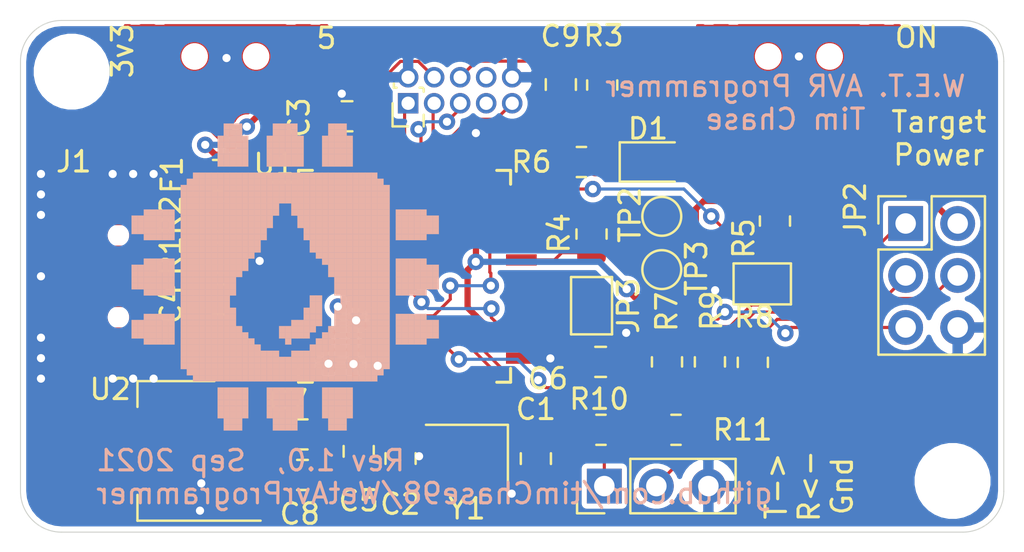
<source format=kicad_pcb>
(kicad_pcb (version 20171130) (host pcbnew "(5.1.10-1-10_14)")
  (layers (0 F.Cu signal) (31 B.Cu signal) (34 B.Paste user) (35 F.Paste user) (36 B.SilkS user) (37 F.SilkS user) (38 B.Mask user) (39 F.Mask user) (44 Edge.Cuts user))
  (net 0 "")
  (net 1 GND)
  (net 2 "Net-(C4-Pad1)")
  (net 3 VCC)
  (net 4 VBUS)
  (net 5 +3V3)
  (net 6 "Net-(D1-Pad1)")
  (net 7 "Net-(F1-Pad2)")
  (net 8 /DutRst)
  (net 9 "Net-(J2-Pad4)")
  (net 10 "Net-(J2-Pad3)")
  (net 11 /VProg)
  (net 12 "Net-(J2-Pad1)")
  (net 13 "Net-(JP2-Pad1)")
  (net 14 "Net-(JP3-Pad1)")
  (net 15 /MISO)
  (net 16 /SCK)
  (net 17 /RstP)
  (net 18 /MOSI)
  (net 19 "Net-(R4-Pad2)")
  (net 20 /DutClk)
  (net 21 "Net-(R6-Pad2)")
  (net 22 "Net-(TP2-Pad1)")
  (net 23 "Net-(J1-Pad4)")
  (net 24 "Net-(U1-Pad41)")
  (net 25 "Net-(U1-Pad40)")
  (net 26 "Net-(U1-Pad27)")
  (net 27 "Net-(U1-Pad26)")
  (net 28 "Net-(U1-Pad22)")
  (net 29 "Net-(U1-Pad19)")
  (net 30 "Net-(U1-Pad18)")
  (net 31 "Net-(U1-Pad12)")
  (net 32 "Net-(U1-Pad8)")
  (net 33 "Net-(R10-Pad2)")
  (net 34 /TXO)
  (net 35 "Net-(R11-Pad2)")
  (net 36 /RXI)
  (net 37 /Xtal1)
  (net 38 /Xtal2)
  (net 39 /TDI)
  (net 40 "Net-(JPROG1-Pad8)")
  (net 41 "Net-(JPROG1-Pad7)")
  (net 42 /TMS)
  (net 43 /TDO)
  (net 44 /TCK)
  (net 45 "Net-(SW2-Pad1)")
  (net 46 /D+)
  (net 47 /D-)
  (net 48 /UD+)
  (net 49 /UD-)
  (module Connector_PinHeader_2.54mm:PinHeader_2x03_P2.54mm_Vertical (layer F.Cu) (at 43.21 -15.08)
    (fp_text reference J2 hide)
    (fp_text value AVR-ISP-6)
    (pad 6 thru_hole oval (at 2.54 5.08) (size 1.7 1.7) (drill 1) (layers *.Cu *.Mask) (net 1 GND))
    (pad 5 thru_hole oval (at 0 5.08) (size 1.7 1.7) (drill 1) (layers *.Cu *.Mask) (net 8 /DutRst))
    (pad 4 thru_hole oval (at 2.54 2.54) (size 1.7 1.7) (drill 1) (layers *.Cu *.Mask) (net 9 "Net-(J2-Pad4)"))
    (pad 3 thru_hole oval (at 0 2.54) (size 1.7 1.7) (drill 1) (layers *.Cu *.Mask) (net 10 "Net-(J2-Pad3)"))
    (pad 2 thru_hole oval (at 2.54 0) (size 1.7 1.7) (drill 1) (layers *.Cu *.Mask) (net 11 /VProg))
    (pad 1 thru_hole rect (at 0 0) (size 1.7 1.7) (drill 1) (layers *.Cu *.Mask) (net 12 "Net-(J2-Pad1)"))
  )
  (module Connector_PinHeader_1.27mm:PinHeader_2x05_P1.27mm_Vertical (layer F.Cu) (at 18.923 -20.955 90)
    (fp_text reference JPROG1 hide)
    (fp_text value AVR-ISP-10)
    (pad 1 thru_hole rect (at 0 0 90) (size 1 1) (drill 0.65) (layers *.Cu *.Mask) (net 44 /TCK))
    (pad 2 thru_hole oval (at 1.27 0 90) (size 1 1) (drill 0.65) (layers *.Cu *.Mask) (net 1 GND))
    (pad 3 thru_hole oval (at 0 1.27 90) (size 1 1) (drill 0.65) (layers *.Cu *.Mask) (net 43 /TDO))
    (pad 4 thru_hole oval (at 1.27 1.27 90) (size 1 1) (drill 0.65) (layers *.Cu *.Mask) (net 3 VCC))
    (pad 5 thru_hole oval (at 0 2.54 90) (size 1 1) (drill 0.65) (layers *.Cu *.Mask) (net 42 /TMS))
    (pad 6 thru_hole oval (at 1.27 2.54 90) (size 1 1) (drill 0.65) (layers *.Cu *.Mask) (net 17 /RstP))
    (pad 7 thru_hole oval (at 0 3.81 90) (size 1 1) (drill 0.65) (layers *.Cu *.Mask) (net 41 "Net-(JPROG1-Pad7)"))
    (pad 8 thru_hole oval (at 1.27 3.81 90) (size 1 1) (drill 0.65) (layers *.Cu *.Mask) (net 40 "Net-(JPROG1-Pad8)"))
    (pad 9 thru_hole oval (at 0 5.08 90) (size 1 1) (drill 0.65) (layers *.Cu *.Mask) (net 39 /TDI))
    (pad 10 thru_hole oval (at 1.27 5.08 90) (size 1 1) (drill 0.65) (layers *.Cu *.Mask) (net 1 GND))
  )
  (module Resistor_SMD:R_0805_2012Metric (layer F.Cu) (at 9.625 -17.45 180)
    (fp_text reference F1 (at 2.225 0 90) (layer F.SilkS))
    (fp_text value 500mA)
    (pad 2 smd roundrect (at 0.9125 0 180) (size 1.025 1.4) (layers F.Cu F.Paste F.Mask) (roundrect_rratio 0.243902) (net 7 "Net-(F1-Pad2)"))
    (pad 1 smd roundrect (at -0.9125 0 180) (size 1.025 1.4) (layers F.Cu F.Paste F.Mask) (roundrect_rratio 0.243902) (net 4 VBUS))
  )
  (module Capacitor_SMD:C_0805_2012Metric (layer F.Cu) (at 26.3779 -21.8694 90)
    (fp_text reference C9 (at 2.3622 -0.0127 180) (layer F.SilkS))
    (fp_text value 100nF)
    (pad 1 smd roundrect (at -0.95 0 90) (size 1 1.45) (layers F.Cu F.Paste F.Mask) (net 1 GND))
    (pad 2 smd roundrect (at 0.95 0 90) (size 1 1.45) (layers F.Cu F.Paste F.Mask) (net 17 /RstP))
  )
  (module Capacitor_SMD:C_0805_2012Metric (layer F.Cu) (at 18.5547 -3.5966 270)
    (fp_text reference C2 (at 2.225 0.0127) (layer F.SilkS))
    (fp_text value 18pF)
    (pad 1 smd roundrect (at -0.95 0 270) (size 1 1.45) (layers F.Cu F.Paste F.Mask) (net 1 GND))
    (pad 2 smd roundrect (at 0.95 0 270) (size 1 1.45) (layers F.Cu F.Paste F.Mask) (net 38 /Xtal2))
  )
  (module Crystal:Crystal_SMD_3225-4Pin_3.2x2.5mm (layer F.Cu) (at 21.7932 -3.5941 180)
    (fp_text reference Y1 (at 0 -2.45) (layer F.SilkS))
    (fp_text value 16MHz)
    (pad 1 smd rect (at -1.1 0.85 180) (size 1.4 1.2) (layers F.Cu F.Paste F.Mask) (net 37 /Xtal1))
    (pad 2 smd rect (at 1.1 0.85 180) (size 1.4 1.2) (layers F.Cu F.Paste F.Mask) (net 1 GND))
    (pad 3 smd rect (at 1.1 -0.85 180) (size 1.4 1.2) (layers F.Cu F.Paste F.Mask) (net 38 /Xtal2))
    (pad 4 smd rect (at -1.1 -0.85 180) (size 1.4 1.2) (layers F.Cu F.Paste F.Mask) (net 1 GND))
  )
  (module Resistor_SMD:R_0805_2012Metric (layer F.Cu) (at 28.3375 -5 180)
    (fp_text reference R10 (at 0.0875 1.5) (layer F.SilkS))
    (fp_text value 330)
    (pad 2 smd roundrect (at 0.9125 0 180) (size 1.025 1.4) (layers F.Cu F.Paste F.Mask) (roundrect_rratio 0.2439014634146341) (net 33 "Net-(R10-Pad2)"))
    (pad 1 smd roundrect (at -0.9125 0 180) (size 1.025 1.4) (layers F.Cu F.Paste F.Mask) (roundrect_rratio 0.2439014634146341) (net 34 /TXO))
  )
  (module Resistor_SMD:R_0805_2012Metric (layer F.Cu) (at 32 -5 180)
    (fp_text reference R11 (at -3.25 0 180) (layer F.SilkS))
    (fp_text value 330)
    (pad 2 smd roundrect (at 0.9125 0 180) (size 1.025 1.4) (layers F.Cu F.Paste F.Mask) (roundrect_rratio 0.2439014634146341) (net 35 "Net-(R11-Pad2)"))
    (pad 1 smd roundrect (at -0.9125 0 180) (size 1.025 1.4) (layers F.Cu F.Paste F.Mask) (roundrect_rratio 0.2439014634146341) (net 36 /RXI))
  )
  (module Capacitor_SMD:C_0805_2012Metric (layer F.Cu) (at 16.51 -3.9472 90)
    (fp_text reference C5 (at -2.413 0 180) (layer F.SilkS))
    (fp_text value 100nF)
    (pad 2 smd roundrect (at 0.95 0 90) (size 1 1.45) (layers F.Cu F.Paste F.Mask) (net 3 VCC))
    (pad 1 smd roundrect (at -0.95 0 90) (size 1 1.45) (layers F.Cu F.Paste F.Mask) (net 1 GND))
  )
  (module Capacitor_SMD:C_0805_2012Metric (layer F.Cu) (at 25.1587 -3.5916 90)
    (fp_text reference C1 (at 2.4105 0) (layer F.SilkS))
    (fp_text value 18pF)
    (pad 1 smd roundrect (at -0.95 0 90) (size 1 1.45) (layers F.Cu F.Paste F.Mask) (net 1 GND))
    (pad 2 smd roundrect (at 0.95 0 90) (size 1 1.45) (layers F.Cu F.Paste F.Mask) (net 37 /Xtal1))
  )
  (module Package_TO_SOT_SMD:SOT-223-3_TabPin2 (layer F.Cu) (at 7.62 -3.9695 180)
    (fp_text reference U2 (at 3.2385 3.0105) (layer F.SilkS))
    (fp_text value TLV1117-33)
    (pad 1 smd rect (at -3.15 -2.3 180) (size 2 1.5) (layers F.Cu F.Paste F.Mask) (net 1 GND))
    (pad 3 smd rect (at -3.15 2.3 180) (size 2 1.5) (layers F.Cu F.Paste F.Mask) (net 4 VBUS))
    (pad 2 smd rect (at -3.15 0 180) (size 2 1.5) (layers F.Cu F.Paste F.Mask) (net 5 +3V3))
    (pad 2 smd rect (at 3.15 0 180) (size 2 3.8) (layers F.Cu F.Paste F.Mask) (net 5 +3V3))
  )
  (module tmc:388Switch (layer F.Cu) (at 10 -23.241)
    (fp_text reference SW1 hide)
    (fp_text value SW_SPDT)
    (pad 3 smd rect (at 2.25 2.125) (size 0.9 1.25) (layers F.Cu F.Paste F.Mask) (net 5 +3V3))
    (pad 2 smd rect (at -0.75 2.125) (size 0.9 1.25) (layers F.Cu F.Paste F.Mask) (net 3 VCC))
    (pad 1 smd rect (at -2.25 2.125) (size 0.9 1.25) (layers F.Cu F.Paste F.Mask) (net 4 VBUS))
    (pad 6 smd rect (at -3.8 -1.1) (size 0.8 0.9) (layers F.Cu F.Paste F.Mask) (net 1 GND))
    (pad 6 smd rect (at 3.8 -1.1) (size 0.8 0.9) (layers F.Cu F.Paste F.Mask) (net 1 GND))
    (pad 6 smd rect (at 3.8 1.1) (size 0.8 0.9) (layers F.Cu F.Paste F.Mask) (net 1 GND))
    (pad 6 smd rect (at -3.8 1.1) (size 0.8 0.9) (layers F.Cu F.Paste F.Mask) (net 1 GND))
    (pad "" np_thru_hole circle (at 1.5 0) (size 0.9 0.9) (drill 0.9) (layers *.Cu *.Mask))
    (pad "" np_thru_hole circle (at -1.5 0) (size 0.9 0.9) (drill 0.9) (layers *.Cu *.Mask))
  )
  (module LED_SMD:LED_0805_2012Metric (layer F.Cu) (at 30.9372 -18.0848)
    (fp_text reference D1 (at -0.3048 -1.6256) (layer F.SilkS))
    (fp_text value LED)
    (pad 2 smd roundrect (at 0.9375 0) (size 0.975 1.4) (layers F.Cu F.Paste F.Mask) (net 5 +3V3))
    (pad 1 smd roundrect (at -0.9375 0) (size 0.975 1.4) (layers F.Cu F.Paste F.Mask) (net 6 "Net-(D1-Pad1)"))
  )
  (module Capacitor_SMD:C_0805_2012Metric (layer F.Cu) (at 13.7668 -2.794)
    (fp_text reference C8 (at -0.1295 1.905 180) (layer F.SilkS))
    (fp_text value 10uF)
    (pad 2 smd roundrect (at 0.95 0) (size 1 1.45) (layers F.Cu F.Paste F.Mask) (net 1 GND))
    (pad 1 smd roundrect (at -0.95 0) (size 1 1.45) (layers F.Cu F.Paste F.Mask) (net 5 +3V3))
  )
  (module Capacitor_SMD:C_0805_2012Metric (layer F.Cu) (at 13.7516 -4.7752)
    (fp_text reference C7 (at -0.696 -1.651 180) (layer F.SilkS))
    (fp_text value 10uF)
    (pad 2 smd roundrect (at 0.95 0) (size 1 1.45) (layers F.Cu F.Paste F.Mask) (net 1 GND))
    (pad 1 smd roundrect (at -0.95 0) (size 1 1.45) (layers F.Cu F.Paste F.Mask) (net 4 VBUS))
  )
  (module Capacitor_SMD:C_0805_2012Metric (layer F.Cu) (at 15.941 -20.32)
    (fp_text reference C3 (at -2.347 0.0635 -270) (layer F.SilkS))
    (fp_text value 100nF)
    (pad 2 smd roundrect (at 0.95 0) (size 1 1.45) (layers F.Cu F.Paste F.Mask) (net 3 VCC))
    (pad 1 smd roundrect (at -0.95 0) (size 1 1.45) (layers F.Cu F.Paste F.Mask) (net 1 GND))
  )
  (module 388:usbMicro (layer F.Cu) (at 5.5 -12.5 270)
    (fp_text reference J1 (at -5.6 2.9 180) (layer F.SilkS))
    (fp_text value USB_B_Micro)
    (pad 3 smd rect (at 0 0) (size 1.8 0.4) (layers F.Cu F.Paste F.Mask) (net 46 /D+))
    (pad 2 smd rect (at -0.65 0) (size 1.8 0.4) (layers F.Cu F.Paste F.Mask) (net 47 /D-))
    (pad 1 smd rect (at -1.3 0) (size 1.8 0.4) (layers F.Cu F.Paste F.Mask) (net 7 "Net-(F1-Pad2)"))
    (pad 4 smd rect (at 0.65 0) (size 1.8 0.4) (layers F.Cu F.Paste F.Mask) (net 23 "Net-(J1-Pad4)"))
    (pad 5 smd rect (at 1.3 0) (size 1.8 0.4) (layers F.Cu F.Paste F.Mask) (net 1 GND))
    (pad "" np_thru_hole circle (at -2 0.72) (size 0.55 0.55) (drill 0.55) (layers *.Cu *.Mask))
    (pad "" np_thru_hole circle (at 2 0.72) (size 0.55 0.55) (drill 0.55) (layers *.Cu *.Mask))
    (pad 6 smd rect (at 3.25 0.1905 90) (size 1.5 1.4) (layers F.Cu F.Paste F.Mask) (net 1 GND))
    (pad 6 smd rect (at -3.25 0.1905 90) (size 1.5 1.4) (layers F.Cu F.Paste F.Mask) (net 1 GND))
    (pad 6 smd rect (at 4.075 2.87 90) (size 1.35 1.5) (layers F.Cu F.Paste F.Mask) (net 1 GND))
    (pad 6 smd rect (at -4.075 2.87 90) (size 1.35 1.5) (layers F.Cu F.Paste F.Mask) (net 1 GND))
    (pad 6 smd rect (at -1.5 4.0405) (size 1.1 1) (layers F.Cu F.Paste F.Mask) (net 1 GND))
    (pad 6 smd rect (at 1.5 4.0405) (size 1.1 1) (layers F.Cu F.Paste F.Mask) (net 1 GND))
  )
  (module Connector_PinHeader_2.54mm:PinHeader_1x03_P2.54mm_Vertical (layer F.Cu) (at 28.5 -2.25 90)
    (fp_text reference J3 hide)
    (fp_text value Conn_01x03_Male)
    (pad 3 thru_hole oval (at 0 5.08 90) (size 1.7 1.7) (drill 1) (layers *.Cu *.Mask) (net 1 GND))
    (pad 2 thru_hole oval (at 0 2.54 90) (size 1.7 1.7) (drill 1) (layers *.Cu *.Mask) (net 36 /RXI))
    (pad 1 thru_hole rect (at 0 0 90) (size 1.7 1.7) (drill 1) (layers *.Cu *.Mask) (net 34 /TXO))
  )
  (module tmc:388Switch (layer F.Cu) (at 38 -23.241)
    (fp_text reference SW2 hide)
    (fp_text value SW_SPDT)
    (pad 3 smd rect (at 2.25 2.125) (size 0.9 1.25) (layers F.Cu F.Paste F.Mask) (net 11 /VProg))
    (pad 2 smd rect (at -0.75 2.125) (size 0.9 1.25) (layers F.Cu F.Paste F.Mask) (net 3 VCC))
    (pad 1 smd rect (at -2.25 2.125) (size 0.9 1.25) (layers F.Cu F.Paste F.Mask) (net 45 "Net-(SW2-Pad1)"))
    (pad 6 smd rect (at -3.8 -1.1) (size 0.8 0.9) (layers F.Cu F.Paste F.Mask) (net 1 GND))
    (pad 6 smd rect (at 3.8 -1.1) (size 0.8 0.9) (layers F.Cu F.Paste F.Mask) (net 1 GND))
    (pad 6 smd rect (at 3.8 1.1) (size 0.8 0.9) (layers F.Cu F.Paste F.Mask) (net 1 GND))
    (pad 6 smd rect (at -3.8 1.1) (size 0.8 0.9) (layers F.Cu F.Paste F.Mask) (net 1 GND))
    (pad "" np_thru_hole circle (at 1.5 0) (size 0.9 0.9) (drill 0.9) (layers *.Cu *.Mask))
    (pad "" np_thru_hole circle (at -1.5 0) (size 0.9 0.9) (drill 0.9) (layers *.Cu *.Mask))
  )
  (module MountingHole:MountingHole_3.2mm_M3 (layer F.Cu) (at 2.5 -22.5)
    (fp_text reference H2 hide)
    (fp_text value MountingHole)
    (pad 1 np_thru_hole circle (at 0 0) (size 3.2 3.2) (drill 3.2) (layers *.Cu *.Mask))
  )
  (module MountingHole:MountingHole_3.2mm_M3 (layer F.Cu) (at 45.5 -2.5)
    (fp_text reference H1 hide)
    (fp_text value MountingHole)
    (pad 1 np_thru_hole circle (at 0 0) (size 3.2 3.2) (drill 3.2) (layers *.Cu *.Mask))
  )
  (module Fiducial:Fiducial_1mm_Mask2mm (layer F.Cu) (at 46 -23)
    (fp_text reference FID2 hide)
    (fp_text value Fiducial)
    (pad "" smd circle (at 0 0) (size 1 1) (layers F.Cu F.Mask) (clearance 0.5))
  )
  (module Fiducial:Fiducial_1mm_Mask2mm (layer F.Cu) (at 2 -2)
    (fp_text reference FID1 hide)
    (fp_text value Fiducial)
    (pad "" smd circle (at 0 0) (size 1 1) (layers F.Cu F.Mask) (clearance 0.5))
  )
  (module tmc:wetLogo (layer B.Cu) (at 20.4216 -19.9644 180)
    (fp_text reference wet hide)
    (fp_text value Val** hide)
  )
  (module Package_QFP:TQFP-44_10x10mm_P0.8mm (layer F.Cu) (at 18.75 -12.5)
    (fp_text reference U1 (at -6.3675 -5.4705) (layer F.SilkS))
    (fp_text value ATmega32U4-AU)
    (pad 1 smd rect (at -5.7 -4) (size 1.5 0.55) (layers F.Cu F.Paste F.Mask) (net 8 /DutRst))
    (pad 2 smd rect (at -5.7 -3.2) (size 1.5 0.55) (layers F.Cu F.Paste F.Mask) (net 4 VBUS))
    (pad 3 smd rect (at -5.7 -2.4) (size 1.5 0.55) (layers F.Cu F.Paste F.Mask) (net 49 /UD-))
    (pad 4 smd rect (at -5.7 -1.6) (size 1.5 0.55) (layers F.Cu F.Paste F.Mask) (net 48 /UD+))
    (pad 5 smd rect (at -5.7 -0.8) (size 1.5 0.55) (layers F.Cu F.Paste F.Mask) (net 1 GND))
    (pad 6 smd rect (at -5.7 0) (size 1.5 0.55) (layers F.Cu F.Paste F.Mask) (net 2 "Net-(C4-Pad1)"))
    (pad 7 smd rect (at -5.7 0.8) (size 1.5 0.55) (layers F.Cu F.Paste F.Mask) (net 4 VBUS))
    (pad 8 smd rect (at -5.7 1.6) (size 1.5 0.55) (layers F.Cu F.Paste F.Mask) (net 32 "Net-(U1-Pad8)"))
    (pad 9 smd rect (at -5.7 2.4) (size 1.5 0.55) (layers F.Cu F.Paste F.Mask) (net 16 /SCK))
    (pad 10 smd rect (at -5.7 3.2) (size 1.5 0.55) (layers F.Cu F.Paste F.Mask) (net 18 /MOSI))
    (pad 11 smd rect (at -5.7 4) (size 1.5 0.55) (layers F.Cu F.Paste F.Mask) (net 15 /MISO))
    (pad 12 smd rect (at -4 5.7 90) (size 1.5 0.55) (layers F.Cu F.Paste F.Mask) (net 31 "Net-(U1-Pad12)"))
    (pad 13 smd rect (at -3.2 5.7 90) (size 1.5 0.55) (layers F.Cu F.Paste F.Mask) (net 17 /RstP))
    (pad 14 smd rect (at -2.4 5.7 90) (size 1.5 0.55) (layers F.Cu F.Paste F.Mask) (net 3 VCC))
    (pad 15 smd rect (at -1.6 5.7 90) (size 1.5 0.55) (layers F.Cu F.Paste F.Mask) (net 1 GND))
    (pad 16 smd rect (at -0.8 5.7 90) (size 1.5 0.55) (layers F.Cu F.Paste F.Mask) (net 38 /Xtal2))
    (pad 17 smd rect (at 0 5.7 90) (size 1.5 0.55) (layers F.Cu F.Paste F.Mask) (net 37 /Xtal1))
    (pad 18 smd rect (at 0.8 5.7 90) (size 1.5 0.55) (layers F.Cu F.Paste F.Mask) (net 30 "Net-(U1-Pad18)"))
    (pad 19 smd rect (at 1.6 5.7 90) (size 1.5 0.55) (layers F.Cu F.Paste F.Mask) (net 29 "Net-(U1-Pad19)"))
    (pad 20 smd rect (at 2.4 5.7 90) (size 1.5 0.55) (layers F.Cu F.Paste F.Mask) (net 33 "Net-(R10-Pad2)"))
    (pad 21 smd rect (at 3.2 5.7 90) (size 1.5 0.55) (layers F.Cu F.Paste F.Mask) (net 35 "Net-(R11-Pad2)"))
    (pad 22 smd rect (at 4 5.7 90) (size 1.5 0.55) (layers F.Cu F.Paste F.Mask) (net 28 "Net-(U1-Pad22)"))
    (pad 23 smd rect (at 5.7 4) (size 1.5 0.55) (layers F.Cu F.Paste F.Mask) (net 1 GND))
    (pad 24 smd rect (at 5.7 3.2) (size 1.5 0.55) (layers F.Cu F.Paste F.Mask) (net 3 VCC))
    (pad 25 smd rect (at 5.7 2.4) (size 1.5 0.55) (layers F.Cu F.Paste F.Mask) (net 8 /DutRst))
    (pad 26 smd rect (at 5.7 1.6) (size 1.5 0.55) (layers F.Cu F.Paste F.Mask) (net 27 "Net-(U1-Pad26)"))
    (pad 27 smd rect (at 5.7 0.8) (size 1.5 0.55) (layers F.Cu F.Paste F.Mask) (net 26 "Net-(U1-Pad27)"))
    (pad 28 smd rect (at 5.7 0) (size 1.5 0.55) (layers F.Cu F.Paste F.Mask) (net 14 "Net-(JP3-Pad1)"))
    (pad 29 smd rect (at 5.7 -0.8) (size 1.5 0.55) (layers F.Cu F.Paste F.Mask) (net 20 /DutClk))
    (pad 30 smd rect (at 5.7 -1.6) (size 1.5 0.55) (layers F.Cu F.Paste F.Mask) (net 22 "Net-(TP2-Pad1)"))
    (pad 31 smd rect (at 5.7 -2.4) (size 1.5 0.55) (layers F.Cu F.Paste F.Mask) (net 21 "Net-(R6-Pad2)"))
    (pad 32 smd rect (at 5.7 -3.2) (size 1.5 0.55) (layers F.Cu F.Paste F.Mask) (net 19 "Net-(R4-Pad2)"))
    (pad 33 smd rect (at 5.7 -4) (size 1.5 0.55) (layers F.Cu F.Paste F.Mask) (net 13 "Net-(JP2-Pad1)"))
    (pad 34 smd rect (at 4 -5.7 90) (size 1.5 0.55) (layers F.Cu F.Paste F.Mask) (net 3 VCC))
    (pad 35 smd rect (at 3.2 -5.7 90) (size 1.5 0.55) (layers F.Cu F.Paste F.Mask) (net 1 GND))
    (pad 36 smd rect (at 2.4 -5.7 90) (size 1.5 0.55) (layers F.Cu F.Paste F.Mask) (net 39 /TDI))
    (pad 37 smd rect (at 1.6 -5.7 90) (size 1.5 0.55) (layers F.Cu F.Paste F.Mask) (net 43 /TDO))
    (pad 38 smd rect (at 0.8 -5.7 90) (size 1.5 0.55) (layers F.Cu F.Paste F.Mask) (net 42 /TMS))
    (pad 39 smd rect (at 0 -5.7 90) (size 1.5 0.55) (layers F.Cu F.Paste F.Mask) (net 44 /TCK))
    (pad 40 smd rect (at -0.8 -5.7 90) (size 1.5 0.55) (layers F.Cu F.Paste F.Mask) (net 25 "Net-(U1-Pad40)"))
    (pad 41 smd rect (at -1.6 -5.7 90) (size 1.5 0.55) (layers F.Cu F.Paste F.Mask) (net 24 "Net-(U1-Pad41)"))
    (pad 42 smd rect (at -2.4 -5.7 90) (size 1.5 0.55) (layers F.Cu F.Paste F.Mask) (net 3 VCC))
    (pad 43 smd rect (at -3.2 -5.7 90) (size 1.5 0.55) (layers F.Cu F.Paste F.Mask) (net 1 GND))
    (pad 44 smd rect (at -4 -5.7 90) (size 1.5 0.55) (layers F.Cu F.Paste F.Mask) (net 3 VCC))
  )
  (module TestPoint:TestPoint_Pad_D1.5mm (layer F.Cu) (at 31.3055 -12.827)
    (fp_text reference TP3 (at 1.6945 -0.0635 90) (layer F.SilkS))
    (fp_text value TestPoint)
    (pad 1 smd circle (at 0 0) (size 1.5 1.5) (layers F.Cu F.Mask) (net 20 /DutClk))
  )
  (module TestPoint:TestPoint_Pad_D1.5mm (layer F.Cu) (at 31.3055 -15.4305)
    (fp_text reference TP2 (at -1.5555 -0.0695 270) (layer F.SilkS))
    (fp_text value TestPoint)
    (pad 1 smd circle (at 0 0) (size 1.5 1.5) (layers F.Cu F.Mask) (net 22 "Net-(TP2-Pad1)"))
  )
  (module Resistor_SMD:R_0805_2012Metric (layer F.Cu) (at 33.655 -8.3185 270)
    (fp_text reference R9 (at -2.5019 -0.0762 90) (layer F.SilkS))
    (fp_text value 330)
    (pad 2 smd roundrect (at 0.9125 0 270) (size 1.025 1.4) (layers F.Cu F.Paste F.Mask) (roundrect_rratio 0.2439004878048781) (net 16 /SCK))
    (pad 1 smd roundrect (at -0.9125 0 270) (size 1.025 1.4) (layers F.Cu F.Paste F.Mask) (roundrect_rratio 0.2439004878048781) (net 10 "Net-(J2-Pad3)"))
  )
  (module Resistor_SMD:R_0805_2012Metric (layer F.Cu) (at 35.7505 -8.295 270)
    (fp_text reference R8 (at -2.2206 -0.0635 180) (layer F.SilkS))
    (fp_text value 330)
    (pad 2 smd roundrect (at 0.9125 0 270) (size 1.025 1.4) (layers F.Cu F.Paste F.Mask) (roundrect_rratio 0.2439004878048781) (net 18 /MOSI))
    (pad 1 smd roundrect (at -0.9125 0 270) (size 1.025 1.4) (layers F.Cu F.Paste F.Mask) (roundrect_rratio 0.2439004878048781) (net 9 "Net-(J2-Pad4)"))
  )
  (module Resistor_SMD:R_0805_2012Metric (layer F.Cu) (at 31.5595 -8.3185 270)
    (fp_text reference R7 (at -2.4511 0.0127 90) (layer F.SilkS))
    (fp_text value 330)
    (pad 2 smd roundrect (at 0.9125 0 270) (size 1.025 1.4) (layers F.Cu F.Paste F.Mask) (roundrect_rratio 0.2439004878048781) (net 15 /MISO))
    (pad 1 smd roundrect (at -0.9125 0 270) (size 1.025 1.4) (layers F.Cu F.Paste F.Mask) (roundrect_rratio 0.2439004878048781) (net 12 "Net-(J2-Pad1)"))
  )
  (module Resistor_SMD:R_0805_2012Metric (layer F.Cu) (at 27.3831 -18.0848 180)
    (fp_text reference R6 (at 2.4403 0 180) (layer F.SilkS))
    (fp_text value 330)
    (pad 2 smd roundrect (at 0.9125 0 180) (size 1.025 1.4) (layers F.Cu F.Paste F.Mask) (roundrect_rratio 0.2439004878048781) (net 21 "Net-(R6-Pad2)"))
    (pad 1 smd roundrect (at -0.9125 0 180) (size 1.025 1.4) (layers F.Cu F.Paste F.Mask) (roundrect_rratio 0.2439004878048781) (net 6 "Net-(D1-Pad1)"))
  )
  (module Resistor_SMD:R_0805_2012Metric (layer F.Cu) (at 36.83 -15.2 270)
    (fp_text reference R5 (at 0.849 1.524 270) (layer F.SilkS))
    (fp_text value 4k7)
    (pad 2 smd roundrect (at 0.9125 0 270) (size 1.025 1.4) (layers F.Cu F.Paste F.Mask) (roundrect_rratio 0.2439004878048781) (net 13 "Net-(JP2-Pad1)"))
    (pad 1 smd roundrect (at -0.9125 0 270) (size 1.025 1.4) (layers F.Cu F.Paste F.Mask) (roundrect_rratio 0.2439004878048781) (net 3 VCC))
  )
  (module Resistor_SMD:R_0805_2012Metric (layer F.Cu) (at 27.8765 -14.565 90)
    (fp_text reference R4 (at 0.04 -1.5875 270) (layer F.SilkS))
    (fp_text value 330)
    (pad 2 smd roundrect (at 0.9125 0 90) (size 1.025 1.4) (layers F.Cu F.Paste F.Mask) (roundrect_rratio 0.2439004878048781) (net 19 "Net-(R4-Pad2)"))
    (pad 1 smd roundrect (at -0.9125 0 90) (size 1.025 1.4) (layers F.Cu F.Paste F.Mask) (roundrect_rratio 0.2439004878048781) (net 20 /DutClk))
  )
  (module Resistor_SMD:R_0805_2012Metric (layer F.Cu) (at 28.3972 -21.8459 90)
    (fp_text reference R3 (at 2.413 0.0635 180) (layer F.SilkS))
    (fp_text value 4k7)
    (pad 2 smd roundrect (at 0.9125 0 90) (size 1.025 1.4) (layers F.Cu F.Paste F.Mask) (roundrect_rratio 0.2439004878048781) (net 17 /RstP))
    (pad 1 smd roundrect (at -0.9125 0 90) (size 1.025 1.4) (layers F.Cu F.Paste F.Mask) (roundrect_rratio 0.2439004878048781) (net 3 VCC))
  )
  (module Resistor_SMD:R_0805_2012Metric (layer F.Cu) (at 9.634 -15.4305 180)
    (fp_text reference R2 (at 2.284 0.0445 90) (layer F.SilkS))
    (fp_text value 22)
    (pad 2 smd roundrect (at 0.9125 0 180) (size 1.025 1.4) (layers F.Cu F.Paste F.Mask) (roundrect_rratio 0.2439004878048781) (net 47 /D-))
    (pad 1 smd roundrect (at -0.9125 0 180) (size 1.025 1.4) (layers F.Cu F.Paste F.Mask) (roundrect_rratio 0.2439004878048781) (net 49 /UD-))
  )
  (module Resistor_SMD:R_0805_2012Metric (layer F.Cu) (at 9.634 -13.3985 180)
    (fp_text reference R1 (at 2.284 0.1015 270) (layer F.SilkS))
    (fp_text value 22)
    (pad 2 smd roundrect (at 0.9125 0 180) (size 1.025 1.4) (layers F.Cu F.Paste F.Mask) (roundrect_rratio 0.2439004878048781) (net 46 /D+))
    (pad 1 smd roundrect (at -0.9125 0 180) (size 1.025 1.4) (layers F.Cu F.Paste F.Mask) (roundrect_rratio 0.2439004878048781) (net 48 /UD+))
  )
  (module Jumper:SolderJumper-2_P1.3mm_Open_Pad1.0x1.5mm (layer F.Cu) (at 27.8765 -11.064 270)
    (fp_text reference JP3 (at 0 -1.8 90) (layer F.SilkS))
    (fp_text value SolderJumper_2_Open)
    (pad 1 smd rect (at -0.65 0 270) (size 1 1.5) (layers F.Cu F.Mask) (net 14 "Net-(JP3-Pad1)"))
    (pad 2 smd rect (at 0.65 0 270) (size 1 1.5) (layers F.Cu F.Mask) (net 8 /DutRst))
  )
  (module Jumper:SolderJumper-2_P1.3mm_Open_Pad1.0x1.5mm (layer F.Cu) (at 36.21 -12.1285 180)
    (fp_text reference JP2 (at -4.54 3.6215 90) (layer F.SilkS))
    (fp_text value SolderJumper_2_Open)
    (pad 1 smd rect (at -0.65 0 180) (size 1 1.5) (layers F.Cu F.Mask) (net 13 "Net-(JP2-Pad1)"))
    (pad 2 smd rect (at 0.65 0 180) (size 1 1.5) (layers F.Cu F.Mask) (net 1 GND))
  )
  (module Capacitor_SMD:C_0805_2012Metric (layer F.Cu) (at 28.321 -8.3185 180)
    (fp_text reference C6 (at 2.571 -0.8185) (layer F.SilkS))
    (fp_text value 100nF)
    (pad 2 smd roundrect (at 0.95 0 180) (size 1 1.45) (layers F.Cu F.Paste F.Mask) (net 3 VCC))
    (pad 1 smd roundrect (at -0.95 0 180) (size 1 1.45) (layers F.Cu F.Paste F.Mask) (net 1 GND))
  )
  (module Capacitor_SMD:C_0805_2012Metric (layer F.Cu) (at 9.66 -11.3665 180)
    (fp_text reference C4 (at 2.306 -0.2355 90) (layer F.SilkS))
    (fp_text value 1uF)
    (pad 2 smd roundrect (at 0.95 0 180) (size 1 1.45) (layers F.Cu F.Paste F.Mask) (net 1 GND))
    (pad 1 smd roundrect (at -0.95 0 180) (size 1 1.45) (layers F.Cu F.Paste F.Mask) (net 2 "Net-(C4-Pad1)"))
  )
  (gr_text ON (at 43.7388 -24.1808) (layer F.SilkS) (effects (font (size 1 1) (thickness 0.1524))))
  (gr_text 3v3 (at 4.9784 -23.5204 90) (layer F.SilkS) (effects (font (size 1 1) (thickness 0.1524))))
  (gr_text 5 (at 14.9352 -24.13) (layer F.SilkS) (effects (font (size 1 1) (thickness 0.1524))))
  (gr_text "W.E.T. AVR Programmer\nTim Chase\n" (at 37.338 -20.9804) (layer B.SilkS) (effects (font (size 1 1) (thickness 0.1524)) (justify mirror)))
  (gr_text "T->\nR<-\nGnd" (at 38.5 -2.25 90) (layer F.SilkS) (effects (font (size 1 1))))
  (gr_text "Rev 1.0,  Sep 2021\ngithub.com/timChase98/WetAvrProgrammer\n" (at 3.6068 -2.6924) (layer B.SilkS) (effects (font (size 1 1) (thickness 0.1524)) (justify right mirror)))
  (gr_text "Target\nPower\n" (at 44.831 -19.2405) (layer F.SilkS) (effects (font (size 1 1) (thickness 0.1524))))
  (gr_line (start 48 -2) (end 48 -23) (layer Edge.Cuts) (width 0.05))
  (gr_arc (start 2 -2) (end 0 -2) (angle -90) (layer Edge.Cuts) (width 0.05))
  (gr_arc (start 2 -23) (end 2 -25) (angle -90) (layer Edge.Cuts) (width 0.05))
  (gr_arc (start 46 -23) (end 48 -23) (angle -90) (layer Edge.Cuts) (width 0.05))
  (gr_arc (start 46 -2) (end 46 0) (angle -90) (layer Edge.Cuts) (width 0.05))
  (gr_line (start 0 -23) (end 0 -2) (layer Edge.Cuts) (width 0.05))
  (gr_line (start 46 -25) (end 2 -25) (layer Edge.Cuts) (width 0.05))
  (gr_line (start 2 0) (end 46 0) (layer Edge.Cuts) (width 0.05))
  (via (at 38 -23.241) (size 0.8) (drill 0.4) (layers F.Cu B.Cu) (net 1))
  (via (at 1 -12.5) (size 0.8) (drill 0.4) (layers F.Cu B.Cu) (net 1))
  (via (at 1 -8.5) (size 0.8) (drill 0.4) (layers F.Cu B.Cu) (net 1))
  (via (at 1 -16.5) (size 0.8) (drill 0.4) (layers F.Cu B.Cu) (net 1))
  (via (at 1 -17.5) (size 0.8) (drill 0.4) (layers F.Cu B.Cu) (net 1))
  (via (at 1 -15.5) (size 0.8) (drill 0.4) (layers F.Cu B.Cu) (net 1))
  (via (at 1 -9.5) (size 0.8) (drill 0.4) (layers F.Cu B.Cu) (net 1))
  (via (at 1 -7.5) (size 0.8) (drill 0.4) (layers F.Cu B.Cu) (net 1))
  (via (at 6.5 -7.5) (size 0.8) (drill 0.4) (layers F.Cu B.Cu) (net 1))
  (via (at 5.5 -7.5) (size 0.8) (drill 0.4) (layers F.Cu B.Cu) (net 1))
  (via (at 4.5 -7.5) (size 0.8) (drill 0.4) (layers F.Cu B.Cu) (net 1))
  (segment (start 25.855242 -8.5) (end 25.865835 -8.489407) (width 0.3048) (layer F.Cu) (net 1))
  (via (at 25.865835 -8.489407) (size 0.8) (drill 0.4) (layers F.Cu B.Cu) (net 1))
  (segment (start 24.45 -8.5) (end 25.855242 -8.5) (width 0.3048) (layer F.Cu) (net 1))
  (via (at 29.567062 -9.73779) (size 0.8) (drill 0.4) (layers F.Cu B.Cu) (net 1))
  (segment (start 29.271 -8.3185) (end 29.271 -9.441728) (width 0.1524) (layer F.Cu) (net 1))
  (segment (start 29.271 -9.441728) (end 29.567062 -9.73779) (width 0.1524) (layer F.Cu) (net 1))
  (via (at 33.909562 -11.817461) (size 0.8) (drill 0.4) (layers F.Cu B.Cu) (net 1))
  (segment (start 34.220601 -12.1285) (end 33.909562 -11.817461) (width 0.1524) (layer F.Cu) (net 1))
  (segment (start 35.56 -12.1285) (end 34.220601 -12.1285) (width 0.1524) (layer F.Cu) (net 1))
  (segment (start 17.15 -6.8) (end 17.15 -7.839395) (width 0.3048) (layer F.Cu) (net 1))
  (segment (start 17.15 -7.839395) (end 17.438386 -8.127781) (width 0.3048) (layer F.Cu) (net 1))
  (via (at 17.438386 -8.127781) (size 0.8) (drill 0.4) (layers F.Cu B.Cu) (net 1))
  (via (at 4.5 -17.5) (size 0.8) (drill 0.4) (layers F.Cu B.Cu) (net 1))
  (via (at 5.5 -17.5) (size 0.8) (drill 0.4) (layers F.Cu B.Cu) (net 1))
  (via (at 6.5 -17.5) (size 0.8) (drill 0.4) (layers F.Cu B.Cu) (net 1))
  (segment (start 21.95 -18.2) (end 21.95 -19.217546) (width 0.1524) (layer F.Cu) (net 1))
  (via (at 22.230282 -19.497828) (size 0.8) (drill 0.4) (layers F.Cu B.Cu) (net 1))
  (segment (start 21.95 -19.217546) (end 22.230282 -19.497828) (width 0.1524) (layer F.Cu) (net 1))
  (segment (start 15.55 -18.2) (end 15.55 -19.502) (width 0.3048) (layer F.Cu) (net 1))
  (segment (start 14.986 -20.066) (end 14.986 -20.32) (width 0.3048) (layer F.Cu) (net 1))
  (segment (start 15.55 -19.502) (end 14.986 -20.066) (width 0.3048) (layer F.Cu) (net 1))
  (via (at 8.8265 -2.382) (size 0.8) (drill 0.4) (layers F.Cu B.Cu) (net 1))
  (segment (start 9.539 -1.6695) (end 8.8265 -2.382) (width 0.3048) (layer F.Cu) (net 1))
  (segment (start 10.77 -1.6695) (end 9.539 -1.6695) (width 0.3048) (layer F.Cu) (net 1))
  (via (at 8.763 -1.048498) (size 0.8) (drill 0.4) (layers F.Cu B.Cu) (net 1))
  (segment (start 9.539 -1.6695) (end 8.917998 -1.048498) (width 0.3048) (layer F.Cu) (net 1))
  (segment (start 8.917998 -1.048498) (end 8.763 -1.048498) (width 0.3048) (layer F.Cu) (net 1))
  (segment (start 14.6635 -4.826) (end 14.6635 -2.8625) (width 0.3048) (layer F.Cu) (net 1))
  (segment (start 14.6635 -2.8625) (end 14.6685 -2.8575) (width 0.3048) (layer F.Cu) (net 1))
  (segment (start 8.71 -11.3665) (end 8.5435 -11.2) (width 0.25) (layer F.Cu) (net 1))
  (segment (start 8.5435 -11.2) (end 5.475 -11.2) (width 0.25) (layer F.Cu) (net 1))
  (segment (start 11.7 -13.3) (end 11.65 -13.25) (width 0.1524) (layer F.Cu) (net 1))
  (via (at 11.675 -13.25) (size 0.8) (drill 0.4) (layers F.Cu B.Cu) (net 1))
  (segment (start 13.05 -13.3) (end 11.7 -13.3) (width 0.1524) (layer F.Cu) (net 1))
  (segment (start 16.4592 -2.9972) (end 14.7828 -2.9972) (width 0.1524) (layer F.Cu) (net 1))
  (segment (start 14.7828 -2.9972) (end 14.732 -2.9464) (width 0.1524) (layer F.Cu) (net 1))
  (segment (start 14.6685 -2.8575) (end 13.4874 -1.6764) (width 0.1524) (layer F.Cu) (net 1))
  (segment (start 13.4874 -1.6764) (end 10.7696 -1.6764) (width 0.1524) (layer F.Cu) (net 1))
  (via (at 19.4564 -3.7084) (size 0.8) (drill 0.4) (layers F.Cu B.Cu) (net 1))
  (segment (start 19.6342 -4.5466) (end 19.6342 -3.8862) (width 0.1524) (layer F.Cu) (net 1))
  (segment (start 19.6342 -3.8862) (end 19.4564 -3.7084) (width 0.1524) (layer F.Cu) (net 1))
  (segment (start 18.5547 -4.5466) (end 19.6342 -4.5466) (width 0.1524) (layer F.Cu) (net 1))
  (segment (start 19.6342 -4.5466) (end 20.5994 -4.5466) (width 0.1524) (layer F.Cu) (net 1))
  (segment (start 22.8932 -2.7441) (end 22.4019 -2.7441) (width 0.1524) (layer F.Cu) (net 1))
  (via (at 23.9776 -1.8796) (size 0.8) (drill 0.4) (layers F.Cu B.Cu) (net 1))
  (segment (start 23.9776 -2.6416) (end 23.9776 -1.8796) (width 0.1524) (layer F.Cu) (net 1))
  (segment (start 25.1587 -2.6416) (end 23.9776 -2.6416) (width 0.1524) (layer F.Cu) (net 1))
  (segment (start 23.9776 -2.6416) (end 23.0632 -2.6416) (width 0.1524) (layer F.Cu) (net 1))
  (segment (start 24.003 -22.225) (end 24.9174 -22.225) (width 0.1524) (layer F.Cu) (net 1))
  (segment (start 24.9174 -22.225) (end 26.2128 -20.9296) (width 0.1524) (layer F.Cu) (net 1))
  (via (at 15.6845 -21.42179) (size 0.8) (drill 0.4) (layers F.Cu B.Cu) (net 1))
  (segment (start 15.6845 -21.0135) (end 15.6845 -21.42179) (width 0.3048) (layer F.Cu) (net 1))
  (segment (start 14.991 -20.32) (end 15.6845 -21.0135) (width 0.3048) (layer F.Cu) (net 1))
  (via (at 10.0584 -23.1648) (size 0.8) (drill 0.4) (layers F.Cu B.Cu) (net 1))
  (segment (start 10.61 -11.3665) (end 11.7435 -12.5) (width 0.1524) (layer F.Cu) (net 2))
  (segment (start 13.05 -12.5) (end 11.7435 -12.5) (width 0.1524) (layer F.Cu) (net 2))
  (segment (start 23.524446 -9.271) (end 23.619678 -9.271) (width 0.3048) (layer F.Cu) (net 3))
  (segment (start 23.524446 -9.271) (end 24.4475 -9.271) (width 0.3048) (layer F.Cu) (net 3))
  (segment (start 26.355 -9.3345) (end 27.371 -8.3185) (width 0.3048) (layer F.Cu) (net 3))
  (segment (start 24.4475 -9.3345) (end 26.355 -9.3345) (width 0.3048) (layer F.Cu) (net 3))
  (segment (start 31.584555 -11.474501) (end 32.966099 -12.856045) (width 0.3048) (layer F.Cu) (net 3))
  (segment (start 29.591 -11.8745) (end 29.990999 -11.474501) (width 0.3048) (layer F.Cu) (net 3))
  (segment (start 32.966099 -12.856045) (end 32.966099 -15.791653) (width 0.3048) (layer F.Cu) (net 3))
  (segment (start 32.966099 -15.791653) (end 33.357347 -16.182901) (width 0.3048) (layer F.Cu) (net 3))
  (segment (start 29.990999 -11.474501) (end 31.584555 -11.474501) (width 0.3048) (layer F.Cu) (net 3))
  (via (at 29.591 -11.8745) (size 0.8) (drill 0.4) (layers F.Cu B.Cu) (net 3))
  (segment (start 16.35 -6.8) (end 16.35 -8.11979) (width 0.3048) (layer F.Cu) (net 3))
  (via (at 16.256 -8.21379) (size 0.8) (drill 0.4) (layers F.Cu B.Cu) (net 3))
  (segment (start 16.35 -8.11979) (end 16.256 -8.21379) (width 0.1524) (layer F.Cu) (net 3))
  (segment (start 16.256 -8.21379) (end 16.256 -10.2235) (width 0.3048) (layer B.Cu) (net 3))
  (segment (start 33.357347 -16.182901) (end 36.712599 -16.182901) (width 0.3048) (layer F.Cu) (net 3))
  (segment (start 36.712599 -16.182901) (end 36.83 -16.0655) (width 0.3048) (layer F.Cu) (net 3))
  (segment (start 22.234599 -10.560847) (end 23.524446 -9.271) (width 0.3048) (layer F.Cu) (net 3))
  (segment (start 22.225 -13.208) (end 28.2575 -13.208) (width 0.3048) (layer B.Cu) (net 3))
  (via (at 22.225 -13.208) (size 0.8) (drill 0.4) (layers F.Cu B.Cu) (net 3))
  (segment (start 28.2575 -13.208) (end 29.591 -11.8745) (width 0.3048) (layer B.Cu) (net 3))
  (segment (start 22.234599 -16.825277) (end 22.234599 -13.198401) (width 0.3048) (layer F.Cu) (net 3))
  (segment (start 22.234599 -13.198401) (end 22.225 -13.208) (width 0.3048) (layer F.Cu) (net 3))
  (segment (start 16.891 -20.0025) (end 16.891 -20.32) (width 0.3048) (layer F.Cu) (net 3))
  (segment (start 16.35 -18.2) (end 16.35 -19.4615) (width 0.3048) (layer F.Cu) (net 3))
  (segment (start 16.35 -19.4615) (end 16.891 -20.0025) (width 0.3048) (layer F.Cu) (net 3))
  (segment (start 16.829723 -16.825277) (end 22.234599 -16.825277) (width 0.3048) (layer F.Cu) (net 3))
  (segment (start 14.75 -18.2) (end 11.547446 -18.2) (width 0.3048) (layer F.Cu) (net 3))
  (segment (start 11.547446 -18.2) (end 9.271 -20.476446) (width 0.3048) (layer F.Cu) (net 3))
  (segment (start 9.271 -20.476446) (end 9.271 -21.1455) (width 0.3048) (layer F.Cu) (net 3))
  (segment (start 27.60699 -20.14319) (end 25.47719 -20.14319) (width 0.1524) (layer F.Cu) (net 3))
  (segment (start 28.3972 -20.9334) (end 27.60699 -20.14319) (width 0.1524) (layer F.Cu) (net 3))
  (segment (start 25.47719 -20.14319) (end 23.5712 -18.2372) (width 0.1524) (layer F.Cu) (net 3))
  (segment (start 23.5712 -18.2372) (end 22.7584 -18.2372) (width 0.1524) (layer F.Cu) (net 3))
  (segment (start 16.4592 -4.8972) (end 16.4592 -5.7404) (width 0.3048) (layer F.Cu) (net 3))
  (segment (start 16.4592 -5.7404) (end 16.3576 -5.842) (width 0.3048) (layer F.Cu) (net 3))
  (segment (start 16.3576 -5.842) (end 16.3576 -6.8072) (width 0.3048) (layer F.Cu) (net 3))
  (segment (start 16.891 -20.32) (end 17.526 -20.32) (width 0.1524) (layer F.Cu) (net 3))
  (segment (start 17.907 -20.701) (end 17.526 -20.32) (width 0.1524) (layer F.Cu) (net 3))
  (segment (start 20.193 -22.225) (end 19.416799 -23.001201) (width 0.1524) (layer F.Cu) (net 3))
  (segment (start 19.416799 -23.001201) (end 18.550423 -23.001201) (width 0.1524) (layer F.Cu) (net 3))
  (segment (start 18.550423 -23.001201) (end 17.907 -22.357778) (width 0.1524) (layer F.Cu) (net 3))
  (segment (start 17.907 -22.357778) (end 17.907 -20.701) (width 0.1524) (layer F.Cu) (net 3))
  (segment (start 22.733 -17.344746) (end 22.733 -18.2245) (width 0.3048) (layer F.Cu) (net 3))
  (segment (start 22.234599 -16.825277) (end 22.234599 -16.846345) (width 0.3048) (layer F.Cu) (net 3))
  (segment (start 22.234599 -16.846345) (end 22.733 -17.344746) (width 0.3048) (layer F.Cu) (net 3))
  (segment (start 21.825001 -10.970445) (end 22.234599 -10.560847) (width 0.3048) (layer F.Cu) (net 3))
  (segment (start 22.225 -13.208) (end 21.825001 -12.808001) (width 0.3048) (layer F.Cu) (net 3))
  (segment (start 21.825001 -12.808001) (end 21.825001 -10.970445) (width 0.3048) (layer F.Cu) (net 3))
  (segment (start 22.234599 -10.550599) (end 21.7805 -10.0965) (width 0.3048) (layer F.Cu) (net 3))
  (segment (start 21.7805 -10.0965) (end 16.63389 -10.0965) (width 0.3048) (layer F.Cu) (net 3))
  (via (at 16.383 -10.34739) (size 0.8) (drill 0.4) (layers F.Cu B.Cu) (net 3))
  (segment (start 16.63389 -10.0965) (end 16.383 -10.34739) (width 0.3048) (layer F.Cu) (net 3))
  (segment (start 22.234599 -10.560847) (end 22.234599 -10.550599) (width 0.3048) (layer F.Cu) (net 3))
  (segment (start 16.37989 -10.34739) (end 16.383 -10.34739) (width 0.1524) (layer B.Cu) (net 3))
  (segment (start 16.256 -10.2235) (end 16.37989 -10.34739) (width 0.1524) (layer B.Cu) (net 3))
  (segment (start 36.83 -16.1125) (end 36.83 -18.7452) (width 0.3048) (layer F.Cu) (net 3))
  (segment (start 36.83 -18.7452) (end 37.2364 -19.1516) (width 0.3048) (layer F.Cu) (net 3))
  (segment (start 37.2364 -19.1516) (end 37.2364 -21.1328) (width 0.3048) (layer F.Cu) (net 3))
  (segment (start 15.069923 -16.825277) (end 16.829723 -16.825277) (width 0.3048) (layer F.Cu) (net 3))
  (segment (start 14.75 -17.1452) (end 15.069923 -16.825277) (width 0.3048) (layer F.Cu) (net 3))
  (segment (start 14.75 -18.2) (end 14.75 -17.1452) (width 0.3048) (layer F.Cu) (net 3))
  (segment (start 16.35 -16.825277) (end 16.829723 -16.825277) (width 0.3048) (layer F.Cu) (net 3))
  (segment (start 16.35 -18.2) (end 16.35 -16.825277) (width 0.3048) (layer F.Cu) (net 3))
  (segment (start 14.05 -15.7) (end 14.25 -15.5) (width 0.3048) (layer F.Cu) (net 4))
  (segment (start 14.05 -11.7) (end 14.25 -11.9) (width 0.3048) (layer F.Cu) (net 4))
  (segment (start 13.05 -11.7) (end 14.05 -11.7) (width 0.3048) (layer F.Cu) (net 4))
  (segment (start 14.25 -11.9) (end 14.25 -15.5) (width 0.3048) (layer F.Cu) (net 4))
  (segment (start 13.05 -15.7) (end 14.05 -15.7) (width 0.3048) (layer F.Cu) (net 4))
  (segment (start 11.811 -15.8115) (end 11.9535 -15.7) (width 0.3048) (layer F.Cu) (net 4))
  (segment (start 10.5375 -17.45) (end 10.5375 -17.085) (width 0.3048) (layer F.Cu) (net 4))
  (segment (start 10.5375 -17.085) (end 11.811 -15.8115) (width 0.3048) (layer F.Cu) (net 4))
  (segment (start 11.9535 -15.7) (end 13.05 -15.7) (width 0.3048) (layer F.Cu) (net 4))
  (segment (start 7.747 -20.909678) (end 7.747 -21.082) (width 0.3048) (layer F.Cu) (net 4))
  (segment (start 8.894937 -20.138599) (end 8.518079 -20.138599) (width 0.3048) (layer F.Cu) (net 4))
  (segment (start 10.5375 -18.496036) (end 8.894937 -20.138599) (width 0.3048) (layer F.Cu) (net 4))
  (segment (start 8.518079 -20.138599) (end 7.747 -20.909678) (width 0.3048) (layer F.Cu) (net 4))
  (segment (start 10.5375 -17.45) (end 10.5375 -18.496036) (width 0.3048) (layer F.Cu) (net 4))
  (segment (start 10.7696 -7.5184) (end 10.7696 -7.0104) (width 0.3048) (layer F.Cu) (net 4))
  (segment (start 11.9952 -11.7) (end 11.46241 -11.16721) (width 0.3048) (layer F.Cu) (net 4))
  (segment (start 11.46241 -8.21121) (end 10.7696 -7.5184) (width 0.3048) (layer F.Cu) (net 4))
  (segment (start 11.46241 -11.16721) (end 11.46241 -8.21121) (width 0.3048) (layer F.Cu) (net 4))
  (segment (start 13.05 -11.7) (end 11.9952 -11.7) (width 0.3048) (layer F.Cu) (net 4))
  (segment (start 12.192 -6.2992) (end 10.7696 -6.2992) (width 0.3048) (layer F.Cu) (net 4))
  (segment (start 12.7635 -5.7277) (end 12.192 -6.2992) (width 0.3048) (layer F.Cu) (net 4))
  (segment (start 12.7635 -4.826) (end 12.7635 -5.7277) (width 0.3048) (layer F.Cu) (net 4))
  (segment (start 4.572 -3.9695) (end 4.5085 -4.033) (width 0.3048) (layer F.Cu) (net 5))
  (segment (start 8.8445 -3.9695) (end 8.8445 -8.3445) (width 0.3048) (layer F.Cu) (net 5))
  (segment (start 10.77 -3.9695) (end 8.8445 -3.9695) (width 0.3048) (layer F.Cu) (net 5))
  (segment (start 8.8445 -3.9695) (end 4.572 -3.9695) (width 0.3048) (layer F.Cu) (net 5))
  (segment (start 9.58641 -9.08641) (end 9.58641 -18.43641) (width 0.3048) (layer F.Cu) (net 5))
  (segment (start 8.8445 -8.3445) (end 9.58641 -9.08641) (width 0.3048) (layer F.Cu) (net 5))
  (via (at 9.017 -18.923) (size 0.8) (drill 0.4) (layers F.Cu B.Cu) (net 5))
  (segment (start 9.50359 -18.43641) (end 9.017 -18.923) (width 0.3048) (layer F.Cu) (net 5))
  (segment (start 9.58641 -18.43641) (end 9.50359 -18.43641) (width 0.3048) (layer F.Cu) (net 5))
  (segment (start 10.16 -18.923) (end 11.049 -19.812) (width 0.3048) (layer B.Cu) (net 5))
  (segment (start 9.017 -18.923) (end 10.16 -18.923) (width 0.3048) (layer B.Cu) (net 5))
  (via (at 11.049 -19.812) (size 0.8) (drill 0.4) (layers F.Cu B.Cu) (net 5))
  (segment (start 11.049 -19.812) (end 12.2555 -21.0185) (width 0.3048) (layer F.Cu) (net 5))
  (segment (start 12.2555 -21.0185) (end 12.2555 -21.1455) (width 0.3048) (layer F.Cu) (net 5))
  (segment (start 11.0236 -3.9624) (end 10.8204 -3.9624) (width 0.3048) (layer F.Cu) (net 5))
  (segment (start 12.1285 -2.8575) (end 11.0236 -3.9624) (width 0.3048) (layer F.Cu) (net 5))
  (segment (start 12.7685 -2.8575) (end 12.1285 -2.8575) (width 0.3048) (layer F.Cu) (net 5))
  (segment (start 15.2908 -22.098) (end 14.3256 -21.1328) (width 0.1524) (layer F.Cu) (net 5))
  (segment (start 16.9672 -22.098) (end 15.2908 -22.098) (width 0.1524) (layer F.Cu) (net 5))
  (segment (start 14.3256 -21.1328) (end 12.2428 -21.1328) (width 0.1524) (layer F.Cu) (net 5))
  (segment (start 29.03319 -23.59561) (end 18.46481 -23.59561) (width 0.1524) (layer F.Cu) (net 5))
  (segment (start 18.46481 -23.59561) (end 16.9672 -22.098) (width 0.1524) (layer F.Cu) (net 5))
  (segment (start 31.8747 -20.7541) (end 29.03319 -23.59561) (width 0.1524) (layer F.Cu) (net 5))
  (segment (start 31.8747 -18.0848) (end 31.8747 -20.7541) (width 0.1524) (layer F.Cu) (net 5))
  (segment (start 28.2956 -18.0848) (end 29.8704 -18.0848) (width 0.1524) (layer F.Cu) (net 6))
  (segment (start 29.8704 -18.0848) (end 30.0228 -18.0848) (width 0.1524) (layer F.Cu) (net 6))
  (segment (start 8.725 -17.025) (end 8.725 -17.375) (width 0.3048) (layer F.Cu) (net 7))
  (segment (start 7.4 -14.675) (end 7.4 -16.95) (width 0.3048) (layer F.Cu) (net 7))
  (segment (start 6.525 -13.8) (end 7.4 -14.675) (width 0.3048) (layer F.Cu) (net 7))
  (segment (start 7.9 -17.45) (end 8.7125 -17.45) (width 0.3048) (layer F.Cu) (net 7))
  (segment (start 7.4 -16.95) (end 7.9 -17.45) (width 0.3048) (layer F.Cu) (net 7))
  (segment (start 5.5 -13.8) (end 6.525 -13.8) (width 0.3048) (layer F.Cu) (net 7))
  (segment (start 24.45 -10.1) (end 27.626 -10.1) (width 0.1524) (layer F.Cu) (net 8))
  (segment (start 27.626 -10.1) (end 27.8765 -10.3505) (width 0.1524) (layer F.Cu) (net 8))
  (segment (start 27.8765 -10.414) (end 34.045624 -10.414) (width 0.1524) (layer F.Cu) (net 8))
  (segment (start 34.045624 -10.414) (end 34.388764 -10.75714) (width 0.1524) (layer F.Cu) (net 8))
  (segment (start 37.338 -9.721269) (end 36.302129 -10.75714) (width 0.1524) (layer B.Cu) (net 8))
  (segment (start 36.302129 -10.75714) (end 34.388764 -10.75714) (width 0.1524) (layer B.Cu) (net 8))
  (via (at 34.388764 -10.75714) (size 0.8) (drill 0.4) (layers F.Cu B.Cu) (net 8))
  (via (at 37.338 -9.721269) (size 0.8) (drill 0.4) (layers F.Cu B.Cu) (net 8))
  (via (at 22.987 -10.922) (size 0.8) (drill 0.4) (layers F.Cu B.Cu) (net 8))
  (segment (start 24.45 -10.1) (end 23.3645 -10.1) (width 0.1524) (layer F.Cu) (net 8))
  (segment (start 22.987 -10.4775) (end 22.987 -10.922) (width 0.1524) (layer F.Cu) (net 8))
  (segment (start 23.3645 -10.1) (end 22.987 -10.4775) (width 0.1524) (layer F.Cu) (net 8))
  (segment (start 13.05 -16.5) (end 14.316173 -16.5) (width 0.1524) (layer F.Cu) (net 8))
  (segment (start 19.894173 -10.922) (end 19.573563 -11.24261) (width 0.1524) (layer B.Cu) (net 8))
  (via (at 19.573563 -11.24261) (size 0.8) (drill 0.4) (layers F.Cu B.Cu) (net 8))
  (segment (start 14.316173 -16.5) (end 19.573563 -11.24261) (width 0.1524) (layer F.Cu) (net 8))
  (segment (start 22.987 -10.922) (end 19.894173 -10.922) (width 0.1524) (layer B.Cu) (net 8))
  (segment (start 37.616731 -10) (end 37.338 -9.721269) (width 0.1524) (layer F.Cu) (net 8))
  (segment (start 43.21 -10) (end 37.616731 -10) (width 0.1524) (layer F.Cu) (net 8))
  (segment (start 36.940479 -10.397479) (end 35.7505 -9.2075) (width 0.1524) (layer F.Cu) (net 9))
  (segment (start 42.714021 -11.413799) (end 41.697701 -10.397479) (width 0.1524) (layer F.Cu) (net 9))
  (segment (start 44.433799 -11.413799) (end 42.714021 -11.413799) (width 0.1524) (layer F.Cu) (net 9))
  (segment (start 41.697701 -10.397479) (end 36.940479 -10.397479) (width 0.1524) (layer F.Cu) (net 9))
  (segment (start 45.593 -12.573) (end 44.433799 -11.413799) (width 0.1524) (layer F.Cu) (net 9))
  (segment (start 34.317324 -9.231) (end 35.836212 -10.749888) (width 0.1524) (layer F.Cu) (net 10))
  (segment (start 35.836212 -10.749888) (end 41.35689 -10.74989) (width 0.1524) (layer F.Cu) (net 10))
  (segment (start 33.655 -9.231) (end 34.317324 -9.231) (width 0.1524) (layer F.Cu) (net 10))
  (segment (start 41.35689 -10.74989) (end 41.49989 -10.74989) (width 0.1524) (layer F.Cu) (net 10))
  (segment (start 41.49989 -10.74989) (end 43.25 -12.5) (width 0.1524) (layer F.Cu) (net 10))
  (segment (start 40.25 -21.116) (end 40.25 -20.4052) (width 0.3048) (layer F.Cu) (net 11))
  (segment (start 40.25 -20.4052) (end 45.5676 -15.0876) (width 0.3048) (layer F.Cu) (net 11))
  (segment (start 32.371099 -10.042599) (end 34.630539 -10.042599) (width 0.1524) (layer F.Cu) (net 12))
  (segment (start 38.978799 -11.102299) (end 42.9895 -15.113) (width 0.1524) (layer F.Cu) (net 12))
  (segment (start 34.630539 -10.042599) (end 35.690239 -11.102299) (width 0.1524) (layer F.Cu) (net 12))
  (segment (start 35.690239 -11.102299) (end 38.978799 -11.102299) (width 0.1524) (layer F.Cu) (net 12))
  (segment (start 31.5595 -9.231) (end 32.371099 -10.042599) (width 0.1524) (layer F.Cu) (net 12))
  (segment (start 34.8615 -14.2875) (end 33.7185 -15.4305) (width 0.1524) (layer F.Cu) (net 13))
  (segment (start 36.83 -14.2875) (end 34.8615 -14.2875) (width 0.1524) (layer F.Cu) (net 13))
  (segment (start 32.385 -16.764) (end 33.7185 -15.4305) (width 0.1524) (layer B.Cu) (net 13))
  (via (at 33.7185 -15.4305) (size 0.8) (drill 0.4) (layers F.Cu B.Cu) (net 13))
  (segment (start 36.86 -12.1285) (end 36.86 -14.194) (width 0.1524) (layer F.Cu) (net 13))
  (segment (start 36.86 -14.194) (end 36.83 -14.224) (width 0.1524) (layer F.Cu) (net 13))
  (via (at 27.94 -16.764) (size 0.8) (drill 0.4) (layers F.Cu B.Cu) (net 13))
  (segment (start 27.94 -16.764) (end 26.289 -16.764) (width 0.1524) (layer F.Cu) (net 13))
  (segment (start 26.289 -16.764) (end 26.035 -16.51) (width 0.1524) (layer F.Cu) (net 13))
  (segment (start 26.035 -16.51) (end 24.4475 -16.51) (width 0.1524) (layer F.Cu) (net 13))
  (segment (start 27.94 -16.764) (end 32.385 -16.764) (width 0.1524) (layer B.Cu) (net 13))
  (segment (start 27.8765 -11.714) (end 26.64 -11.714) (width 0.1524) (layer F.Cu) (net 14))
  (segment (start 26.64 -11.714) (end 25.908 -12.446) (width 0.1524) (layer F.Cu) (net 14))
  (segment (start 25.908 -12.446) (end 24.511 -12.446) (width 0.1524) (layer F.Cu) (net 14))
  (via (at 21.3995 -8.4455) (size 0.8) (drill 0.4) (layers F.Cu B.Cu) (net 15))
  (via (at 25.273 -7.4295) (size 0.8) (drill 0.4) (layers F.Cu B.Cu) (net 15))
  (segment (start 24.257 -8.4455) (end 25.273 -7.4295) (width 0.1524) (layer B.Cu) (net 15))
  (segment (start 25.609499 -7.093001) (end 25.273 -7.4295) (width 0.1524) (layer F.Cu) (net 15))
  (segment (start 21.3995 -8.4455) (end 24.257 -8.4455) (width 0.1524) (layer B.Cu) (net 15))
  (segment (start 31.2578 -7.058202) (end 31.286501 -7.029501) (width 0.1524) (layer F.Cu) (net 15))
  (segment (start 25.273 -7.4295) (end 25.644298 -7.058202) (width 0.1524) (layer F.Cu) (net 15))
  (segment (start 25.644298 -7.058202) (end 31.2578 -7.058202) (width 0.1524) (layer F.Cu) (net 15))
  (segment (start 14.712223 -8.905801) (end 20.939199 -8.905801) (width 0.1524) (layer F.Cu) (net 15))
  (segment (start 13.05 -8.5) (end 14.306422 -8.5) (width 0.1524) (layer F.Cu) (net 15))
  (segment (start 14.306422 -8.5) (end 14.712223 -8.905801) (width 0.1524) (layer F.Cu) (net 15))
  (segment (start 20.939199 -8.905801) (end 20.999501 -8.845499) (width 0.1524) (layer F.Cu) (net 15))
  (segment (start 20.999501 -8.845499) (end 21.3995 -8.4455) (width 0.1524) (layer F.Cu) (net 15))
  (segment (start 13.05 -10.1) (end 14.9825 -10.1) (width 0.1524) (layer F.Cu) (net 16))
  (segment (start 30.891534 -6.61729) (end 32.84279 -6.61729) (width 0.1524) (layer F.Cu) (net 16))
  (segment (start 14.9825 -10.1) (end 15.4305 -9.652) (width 0.1524) (layer F.Cu) (net 16))
  (segment (start 21.834384 -9.652) (end 24.780592 -6.705792) (width 0.1524) (layer F.Cu) (net 16))
  (segment (start 24.780592 -6.705792) (end 30.803033 -6.705791) (width 0.1524) (layer F.Cu) (net 16))
  (segment (start 32.84279 -6.61729) (end 33.5915 -7.366) (width 0.1524) (layer F.Cu) (net 16))
  (segment (start 30.803033 -6.705791) (end 30.891534 -6.61729) (width 0.1524) (layer F.Cu) (net 16))
  (segment (start 15.4305 -9.652) (end 21.834384 -9.652) (width 0.1524) (layer F.Cu) (net 16))
  (segment (start 28.3972 -22.7584) (end 26.4668 -22.7584) (width 0.1524) (layer F.Cu) (net 17))
  (segment (start 26.4668 -22.7584) (end 26.416 -22.8092) (width 0.1524) (layer F.Cu) (net 17))
  (segment (start 22.2504 -23.0124) (end 26.1849 -23.0124) (width 0.1524) (layer F.Cu) (net 17))
  (segment (start 26.1849 -23.0124) (end 26.3779 -22.8194) (width 0.1524) (layer F.Cu) (net 17))
  (segment (start 21.463 -22.225) (end 22.2504 -23.0124) (width 0.1524) (layer F.Cu) (net 17))
  (segment (start 27.981486 -19.06101) (end 25.05541 -19.06101) (width 0.1524) (layer F.Cu) (net 17))
  (segment (start 29.37341 -21.78219) (end 29.37341 -20.452934) (width 0.1524) (layer F.Cu) (net 17))
  (segment (start 25.05541 -19.06101) (end 22.9108 -16.916398) (width 0.1524) (layer F.Cu) (net 17))
  (segment (start 29.37341 -20.452934) (end 27.981486 -19.06101) (width 0.1524) (layer F.Cu) (net 17))
  (segment (start 22.9108 -16.916398) (end 22.9108 -16.4846) (width 0.1524) (layer F.Cu) (net 17))
  (segment (start 28.3972 -22.7584) (end 29.37341 -21.78219) (width 0.1524) (layer F.Cu) (net 17))
  (segment (start 22.9108 -16.4846) (end 22.9108 -12.7) (width 0.1524) (layer F.Cu) (net 17))
  (via (at 22.9616 -12.0396) (size 0.8) (drill 0.4) (layers F.Cu B.Cu) (net 17))
  (segment (start 22.9616 -12.6492) (end 22.9616 -12.0396) (width 0.1524) (layer F.Cu) (net 17))
  (segment (start 22.9108 -12.7) (end 22.9616 -12.6492) (width 0.1524) (layer F.Cu) (net 17))
  (via (at 20.9804 -12.0396) (size 0.8) (drill 0.4) (layers F.Cu B.Cu) (net 17))
  (segment (start 22.9616 -12.0396) (end 20.9804 -12.0396) (width 0.1524) (layer B.Cu) (net 17))
  (segment (start 20.9804 -12.0396) (end 20.9804 -11.3792) (width 0.1524) (layer F.Cu) (net 17))
  (segment (start 20.9804 -11.3792) (end 20.1676 -10.5664) (width 0.1524) (layer F.Cu) (net 17))
  (segment (start 20.1676 -10.5664) (end 17.2212 -10.5664) (width 0.1524) (layer F.Cu) (net 17))
  (segment (start 16.764 -11.0236) (end 15.494 -11.0236) (width 0.1524) (layer F.Cu) (net 17))
  (via (at 15.494 -11.0236) (size 0.8) (drill 0.4) (layers F.Cu B.Cu) (net 17))
  (segment (start 17.2212 -10.5664) (end 16.764 -11.0236) (width 0.1524) (layer F.Cu) (net 17))
  (via (at 15.0368 -8.2296) (size 0.8) (drill 0.4) (layers F.Cu B.Cu) (net 17))
  (segment (start 15.494 -8.6868) (end 15.0368 -8.2296) (width 0.1524) (layer B.Cu) (net 17))
  (segment (start 15.494 -11.0236) (end 15.494 -8.6868) (width 0.1524) (layer B.Cu) (net 17))
  (segment (start 15.0368 -8.2296) (end 15.5448 -7.7216) (width 0.1524) (layer F.Cu) (net 17))
  (segment (start 15.5448 -7.7216) (end 15.5448 -6.8072) (width 0.1524) (layer F.Cu) (net 17))
  (segment (start 34.585879 -6.264879) (end 35.6235 -7.3025) (width 0.1524) (layer F.Cu) (net 18))
  (segment (start 30.657059 -6.353381) (end 30.745561 -6.264879) (width 0.1524) (layer F.Cu) (net 18))
  (segment (start 13.05 -9.3) (end 15.284116 -9.3) (width 0.1524) (layer F.Cu) (net 18))
  (segment (start 15.284527 -9.299589) (end 21.688411 -9.299589) (width 0.1524) (layer F.Cu) (net 18))
  (segment (start 24.634619 -6.353381) (end 30.657059 -6.353381) (width 0.1524) (layer F.Cu) (net 18))
  (segment (start 15.284116 -9.3) (end 15.284527 -9.299589) (width 0.1524) (layer F.Cu) (net 18))
  (segment (start 30.745561 -6.264879) (end 34.585879 -6.264879) (width 0.1524) (layer F.Cu) (net 18))
  (segment (start 21.688411 -9.299589) (end 24.634619 -6.353381) (width 0.1524) (layer F.Cu) (net 18))
  (segment (start 24.45 -15.7) (end 27.6705 -15.7) (width 0.1524) (layer F.Cu) (net 19))
  (segment (start 31.3055 -12.827) (end 30.48 -13.6525) (width 0.1524) (layer F.Cu) (net 20))
  (segment (start 30.48 -13.6525) (end 27.8765 -13.6525) (width 0.1524) (layer F.Cu) (net 20))
  (segment (start 27.8765 -13.6525) (end 26.4225 -13.6525) (width 0.1524) (layer F.Cu) (net 20))
  (segment (start 26.4225 -13.6525) (end 26.07 -13.3) (width 0.1524) (layer F.Cu) (net 20))
  (segment (start 24.45 -13.3) (end 26.07 -13.3) (width 0.1524) (layer F.Cu) (net 20))
  (segment (start 23.5476 -14.9) (end 24.45 -14.9) (width 0.1524) (layer F.Cu) (net 21))
  (segment (start 24.577585 -18.0848) (end 23.263211 -16.770426) (width 0.1524) (layer F.Cu) (net 21))
  (segment (start 26.4706 -18.0848) (end 24.577585 -18.0848) (width 0.1524) (layer F.Cu) (net 21))
  (segment (start 23.263211 -15.184389) (end 23.5476 -14.9) (width 0.1524) (layer F.Cu) (net 21))
  (segment (start 23.263211 -16.770426) (end 23.263211 -15.184389) (width 0.1524) (layer F.Cu) (net 21))
  (segment (start 29.75479 -14.44121) (end 29.81829 -14.44121) (width 0.1524) (layer F.Cu) (net 22))
  (segment (start 29.75479 -14.44121) (end 30.31621 -14.44121) (width 0.1524) (layer F.Cu) (net 22))
  (segment (start 30.31621 -14.44121) (end 31.3055 -15.4305) (width 0.1524) (layer F.Cu) (net 22))
  (segment (start 27.208534 -14.44121) (end 29.008012 -14.44121) (width 0.1524) (layer F.Cu) (net 22))
  (segment (start 29.008012 -14.44121) (end 29.75479 -14.44121) (width 0.1524) (layer F.Cu) (net 22))
  (segment (start 26.867324 -14.1) (end 27.208534 -14.44121) (width 0.1524) (layer F.Cu) (net 22))
  (segment (start 24.45 -14.1) (end 26.867324 -14.1) (width 0.1524) (layer F.Cu) (net 22))
  (segment (start 21.15 -6.8) (end 21.15 -5.8756) (width 0.1524) (layer F.Cu) (net 33))
  (segment (start 22.0472 -5.334) (end 26.2636 -5.334) (width 0.1524) (layer F.Cu) (net 33))
  (segment (start 21.607401 -5.773799) (end 22.0472 -5.334) (width 0.1524) (layer F.Cu) (net 33))
  (segment (start 21.2344 -5.7912) (end 21.251801 -5.773799) (width 0.1524) (layer F.Cu) (net 33))
  (segment (start 21.251801 -5.773799) (end 21.607401 -5.773799) (width 0.1524) (layer F.Cu) (net 33))
  (segment (start 21.15 -5.8756) (end 21.2344 -5.7912) (width 0.1524) (layer F.Cu) (net 33))
  (segment (start 26.2636 -5.334) (end 26.5976 -5) (width 0.1524) (layer F.Cu) (net 33))
  (segment (start 26.5976 -5) (end 27.5 -5) (width 0.1524) (layer F.Cu) (net 33))
  (segment (start 29.25 -5) (end 29.25 -4.25) (width 0.1524) (layer F.Cu) (net 34))
  (segment (start 29.25 -4.25) (end 28.5 -3.5) (width 0.1524) (layer F.Cu) (net 34))
  (segment (start 28.5 -3.5) (end 28.5 -2.25) (width 0.1524) (layer F.Cu) (net 34))
  (segment (start 30.11129 -5.97621) (end 31.0875 -5) (width 0.1524) (layer F.Cu) (net 35))
  (segment (start 25.97621 -5.97621) (end 30.11129 -5.97621) (width 0.1524) (layer F.Cu) (net 35))
  (segment (start 22.105783 -5.773799) (end 25.773799 -5.773799) (width 0.1524) (layer F.Cu) (net 35))
  (segment (start 25.773799 -5.773799) (end 25.97621 -5.97621) (width 0.1524) (layer F.Cu) (net 35))
  (segment (start 21.95 -5.929582) (end 22.105783 -5.773799) (width 0.1524) (layer F.Cu) (net 35))
  (segment (start 21.95 -6.8) (end 21.95 -5.929582) (width 0.1524) (layer F.Cu) (net 35))
  (segment (start 32.9125 -5) (end 32.9125 -4.1625) (width 0.1524) (layer F.Cu) (net 36))
  (segment (start 32.9125 -4.1625) (end 31 -2.25) (width 0.1524) (layer F.Cu) (net 36))
  (segment (start 25.1587 -4.5416) (end 22.982 -4.5416) (width 0.1524) (layer F.Cu) (net 37))
  (segment (start 19.267412 -5.421388) (end 18.7452 -5.9436) (width 0.1524) (layer F.Cu) (net 37))
  (segment (start 21.461428 -5.421388) (end 19.267412 -5.421388) (width 0.1524) (layer F.Cu) (net 37))
  (segment (start 18.7452 -5.9436) (end 18.7452 -6.8072) (width 0.1524) (layer F.Cu) (net 37))
  (segment (start 22.438716 -4.4441) (end 21.461428 -5.421388) (width 0.1524) (layer F.Cu) (net 37))
  (segment (start 22.8932 -4.4441) (end 22.438716 -4.4441) (width 0.1524) (layer F.Cu) (net 37))
  (segment (start 17.55349 -5.014566) (end 17.55349 -3.63011) (width 0.1524) (layer F.Cu) (net 38))
  (segment (start 17.95 -5.411076) (end 17.55349 -5.014566) (width 0.1524) (layer F.Cu) (net 38))
  (segment (start 17.95 -6.5968) (end 17.95 -5.411076) (width 0.1524) (layer F.Cu) (net 38))
  (segment (start 17.55349 -3.63011) (end 18.4404 -2.7432) (width 0.1524) (layer F.Cu) (net 38))
  (segment (start 20.6932 -2.7441) (end 18.6445 -2.7441) (width 0.1524) (layer F.Cu) (net 38))
  (segment (start 18.6445 -2.7441) (end 18.542 -2.6416) (width 0.1524) (layer F.Cu) (net 38))
  (segment (start 21.905704 -20.17403) (end 23.22203 -20.17403) (width 0.1524) (layer F.Cu) (net 39))
  (segment (start 21.15 -18.2) (end 21.15 -19.418326) (width 0.1524) (layer F.Cu) (net 39))
  (segment (start 21.15 -19.418326) (end 21.905704 -20.17403) (width 0.1524) (layer F.Cu) (net 39))
  (segment (start 23.22203 -20.17403) (end 24.003 -20.955) (width 0.1524) (layer F.Cu) (net 39))
  (segment (start 21.463 -20.955) (end 21.463 -20.694455) (width 0.1524) (layer F.Cu) (net 42))
  (via (at 20.819132 -20.050587) (size 0.8) (drill 0.4) (layers F.Cu B.Cu) (net 42))
  (segment (start 21.463 -20.694455) (end 20.819132 -20.050587) (width 0.1524) (layer F.Cu) (net 42))
  (via (at 19.431 -19.685) (size 0.8) (drill 0.4) (layers F.Cu B.Cu) (net 42))
  (segment (start 19.796587 -20.050587) (end 19.431 -19.685) (width 0.1524) (layer B.Cu) (net 42))
  (segment (start 20.819132 -20.050587) (end 19.796587 -20.050587) (width 0.1524) (layer B.Cu) (net 42))
  (segment (start 19.55 -19.566) (end 19.431 -19.685) (width 0.1524) (layer F.Cu) (net 42))
  (segment (start 19.55 -18.2) (end 19.55 -19.566) (width 0.1524) (layer F.Cu) (net 42))
  (segment (start 20.193 -20.955) (end 20.14293 -20.90493) (width 0.1524) (layer F.Cu) (net 43))
  (segment (start 20.35 -18.2) (end 20.35 -19.2705) (width 0.1524) (layer F.Cu) (net 43))
  (segment (start 20.14293 -19.47757) (end 20.14293 -19.76193) (width 0.1524) (layer F.Cu) (net 43))
  (segment (start 20.35 -19.2705) (end 20.14293 -19.47757) (width 0.1524) (layer F.Cu) (net 43))
  (segment (start 20.14293 -20.90493) (end 20.14293 -19.76193) (width 0.1524) (layer F.Cu) (net 43))
  (segment (start 18.75 -18.2) (end 18.75 -20.782) (width 0.1524) (layer F.Cu) (net 44))
  (segment (start 18.75 -20.782) (end 18.923 -20.955) (width 0.1524) (layer F.Cu) (net 44))
  (segment (start 5.5 -12.5) (end 7.825 -12.5) (width 0.1524) (layer F.Cu) (net 46))
  (segment (start 7.825 -12.5) (end 8.725 -13.4) (width 0.1524) (layer F.Cu) (net 46))
  (segment (start 6.5524 -13.15) (end 8.725 -15.3226) (width 0.1524) (layer F.Cu) (net 47))
  (segment (start 5.5 -13.15) (end 6.5524 -13.15) (width 0.1524) (layer F.Cu) (net 47))
  (segment (start 8.725 -15.3226) (end 8.725 -15.375) (width 0.1524) (layer F.Cu) (net 47))
  (segment (start 10.5465 -13.3985) (end 11.248 -14.1) (width 0.1524) (layer F.Cu) (net 48))
  (segment (start 13.05 -14.1) (end 11.248 -14.1) (width 0.1524) (layer F.Cu) (net 48))
  (segment (start 10.5465 -15.4305) (end 11.077 -14.9) (width 0.1524) (layer F.Cu) (net 49))
  (segment (start 13.05 -14.9) (end 11.077 -14.9) (width 0.1524) (layer F.Cu) (net 49))
  (zone (net 1) (net_name GND) (layer B.Cu) (connect_pads (clearance 0.254)) (min_thickness 0.254) (fill yes (arc_segments 32) (thermal_gap 0.508) (thermal_bridge_width 0.508))
    (polygon (pts (xy 48.768 1) (xy -1 1) (xy -1 -26) (xy 49 -26)))
  )
  (zone (net 1) (net_name GND) (layer F.Cu) (connect_pads (clearance 0.1524)) (min_thickness 0.1524) (fill yes (arc_segments 32) (thermal_gap 0.508) (thermal_bridge_width 1))
    (polygon (pts (xy 42.979381 -20) (xy 32.979381 -20) (xy 32.979381 -25) (xy 42.979381 -25)))
  )
  (zone (net 1) (net_name GND) (layer F.Cu) (connect_pads (clearance 0.1524)) (min_thickness 0.1524) (fill yes (arc_segments 32) (thermal_gap 0.508) (thermal_bridge_width 1))
    (polygon (pts (xy 15.037413 -20.0025) (xy 5.037413 -20.0025) (xy 5.037413 -25.0025) (xy 15.037413 -25.0025)))
  )
  (zone (net 1) (net_name GND) (layer F.Cu) (connect_pads (clearance 0.254)) (min_thickness 0.1524) (fill yes (arc_segments 32) (thermal_gap 0.254) (thermal_bridge_width 0.508))
    (polygon (pts (xy 7 -7) (xy 0.5 -7) (xy 0.5 -18) (xy 7 -18)))
  )
)
</source>
